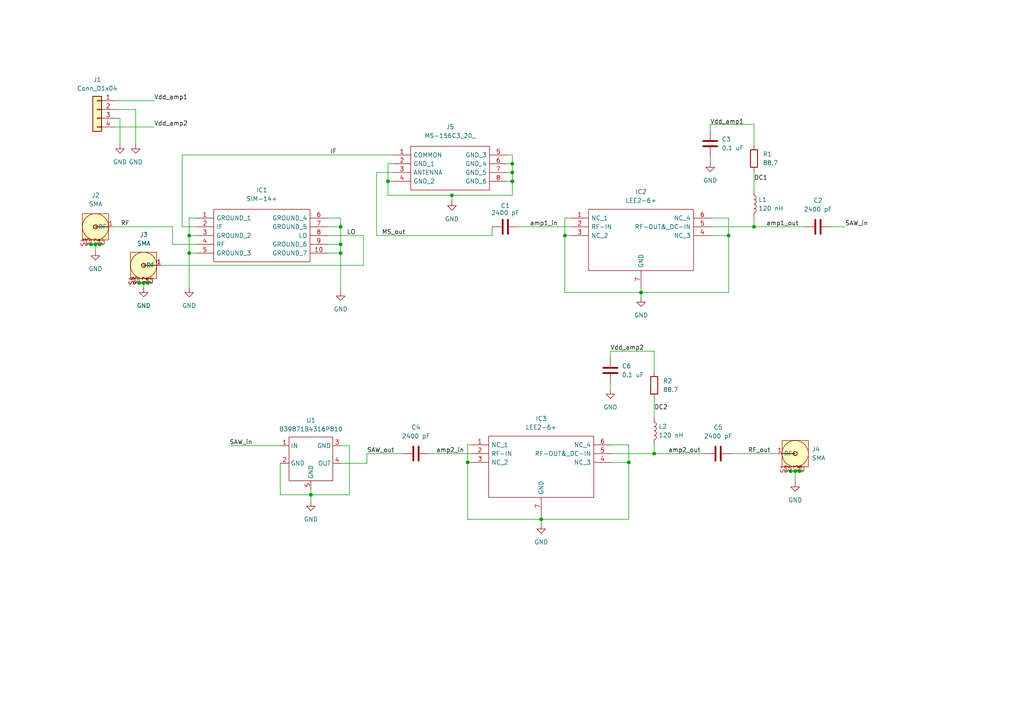
<source format=kicad_sch>
(kicad_sch (version 20211123) (generator eeschema)
  (paper "A4")
  (lib_symbols
    (symbol "Connector_Generic:Conn_01x04" (pin_names (offset 1.016) hide)
      (property "Reference" "J1" (at 0 8.636 0))
      (property "Value" "Conn_01x04" (at 0 6.096 0))
      (symbol "Conn_01x04_1_1"
        (rectangle (start -1.27 -4.953) (end 0 -5.207) (stroke (width 0.1524)))
        (rectangle (start -1.27 -2.413) (end 0 -2.667) (stroke (width 0.1524)))
        (rectangle (start -1.27 0.127) (end 0 -0.127) (stroke (width 0.1524)))
        (rectangle (start -1.27 2.667) (end 0 2.413) (stroke (width 0.1524)))
        (rectangle (start -1.27 3.81) (end 1.27 -6.35) (stroke (width 0.254)) (fill (type background)))
        (pin power_out line (at -5.08 2.54 0) (length 3.81) (name "Pin_1") (number "1"))
        (pin passive line (at -5.08 0 0) (length 3.81) (name "Pin_2") (number "2"))
        (pin power_out line (at -5.08 -2.54 0) (length 3.81) (name "Pin_3") (number "3"))
        (pin power_out line (at -5.08 -5.08 0) (length 3.81) (name "Pin_4") (number "4"))
      )
    )
    (symbol "Device:C" (pin_numbers hide) (pin_names (offset 0.254))
      (property "Reference" "C" (at 0.635 2.54 0))
      (property "Value" "C" (at 0.635 -2.54 0))
      (symbol "C_0_1"
        (polyline (pts (xy -2.032 -0.762) (xy 2.032 -0.762)) (stroke (width 0.508)))
        (polyline (pts (xy -2.032 0.762) (xy 2.032 0.762)) (stroke (width 0.508)))
      )
      (symbol "C_1_1"
        (pin passive line (at 0 3.81 270) (length 2.794) (name "~") (number "1"))
        (pin passive line (at 0 -3.81 90) (length 2.794) (name "~") (number "2"))
      )
    )
    (symbol "Device:L" (pin_numbers hide) (pin_names (offset 1.016) hide)
      (property "Reference" "L" (at -1.27 0 90))
      (property "Value" "L" (at 1.905 0 90))
      (symbol "L_0_1"
        (arc (start 0 -2.54) (mid 0.635 -1.905) (end 0 -1.27))
        (arc (start 0 -1.27) (mid 0.635 -0.635) (end 0 0))
        (arc (start 0 0) (mid 0.635 0.635) (end 0 1.27))
        (arc (start 0 1.27) (mid 0.635 1.905) (end 0 2.54))
      )
      (symbol "L_1_1"
        (pin passive line (at 0 3.81 270) (length 1.27) (name "1") (number "1"))
        (pin passive line (at 0 -3.81 90) (length 1.27) (name "2") (number "2"))
      )
    )
    (symbol "Device:R" (pin_numbers hide) (pin_names (offset 0))
      (property "Reference" "R" (at 2.032 0 90))
      (property "Value" "R" (at 0 0 90))
      (symbol "R_0_1"
        (rectangle (start -1.016 -2.54) (end 1.016 2.54) (stroke (width 0.254)))
      )
      (symbol "R_1_1"
        (pin passive line (at 0 3.81 270) (length 1.27) (name "~") (number "1"))
        (pin passive line (at 0 -3.81 90) (length 1.27) (name "~") (number "2"))
      )
    )
    (symbol "GGS_Connectors:SMA"
      (property "Reference" "J" (at 2.54 15.24 0))
      (property "Value" "SMA" (at 3.81 12.7 0))
      (symbol "SMA_0_1"
        (polyline (pts (xy 6.35 6.35) (xy 2.54 6.35)) (stroke (width 0.254)))
        (rectangle (start 2.54 10.16) (end 10.16 2.54) (fill (type background)))
        (circle (center 6.35 6.35) (radius 0.568) (stroke (width 0.254)))
        (circle (center 6.35 6.35) (radius 3.81))
      )
      (symbol "SMA_1_1"
        (pin bidirectional line (at 1.27 6.35 0) (length 1.27) (name "RF") (number "1"))
        (pin power_in line (at 3.81 1.27 90) (length 1.27) (name "") (number "S1"))
        (pin power_in line (at 5.08 1.27 90) (length 1.27) (name "") (number "S2"))
        (pin power_in line (at 7.62 1.27 90) (length 1.27) (name "") (number "S3"))
        (pin power_in line (at 8.89 1.27 90) (length 1.27) (name "") (number "S4"))
      )
    )
    (symbol "Mixer_2_Library:B39871B4316P810"
      (property "Reference" "U" (at 0 1.27 0))
      (property "Value" "B39871B4316P810" (at 0 -1.27 0))
      (symbol "B39871B4316P810_0_1"
        (rectangle (start -6.35 -3.81) (end 6.35 -16.51))
      )
      (symbol "B39871B4316P810_1_1"
        (pin input line (at -8.89 -6.35 0) (length 2.54) (name "IN") (number "1"))
        (pin passive line (at -8.89 -11.43 0) (length 2.54) (name "GND") (number "2"))
        (pin passive line (at 8.89 -6.35 180) (length 2.54) (name "GND") (number "3"))
        (pin output line (at 8.89 -11.43 180) (length 2.54) (name "OUT") (number "4"))
        (pin passive line (at 0 -19.05 90) (length 2.54) (name "GND") (number "5"))
      )
    )
    (symbol "SamacSys_Parts:LEE2-6+" (pin_names (offset 0.762))
      (property "Reference" "IC" (at 36.83 7.62 0))
      (property "Value" "LEE2-6+" (at 36.83 5.08 0))
      (symbol "LEE2-6+_0_0"
        (pin passive line (at 0 0 0) (length 5.08) (name "NC_1") (number "1"))
        (pin passive line (at 0 -2.54 0) (length 5.08) (name "RF-IN") (number "2"))
        (pin passive line (at 0 -5.08 0) (length 5.08) (name "NC_2") (number "3"))
        (pin passive line (at 40.64 -5.08 180) (length 5.08) (name "NC_3") (number "4"))
        (pin passive line (at 40.64 -2.54 180) (length 5.08) (name "RF-OUT&_DC-IN") (number "5"))
        (pin passive line (at 40.64 0 180) (length 5.08) (name "NC_4") (number "6"))
        (pin passive line (at 20.32 -20.32 90) (length 5.08) (name "GND") (number "7"))
      )
      (symbol "LEE2-6+_0_1"
        (polyline (pts (xy 5.08 2.54) (xy 35.56 2.54) (xy 35.56 -15.24) (xy 5.08 -15.24) (xy 5.08 2.54)) (stroke (width 0.1524)))
      )
    )
    (symbol "SamacSys_Parts:MS-156C3_20_" (pin_names (offset 0.762))
      (property "Reference" "J" (at 29.21 7.62 0))
      (property "Value" "MS-156C3_20_" (at 29.21 5.08 0))
      (symbol "MS-156C3_20__0_0"
        (pin passive line (at 0 0 0) (length 5.08) (name "COMMON") (number "1"))
        (pin passive line (at 0 -2.54 0) (length 5.08) (name "GND_1") (number "2"))
        (pin passive line (at 0 -5.08 0) (length 5.08) (name "ANTENNA") (number "3"))
        (pin passive line (at 0 -7.62 0) (length 5.08) (name "GND_2") (number "4"))
        (pin passive line (at 33.02 0 180) (length 5.08) (name "GND_3") (number "5"))
        (pin passive line (at 33.02 -2.54 180) (length 5.08) (name "GND_4") (number "6"))
        (pin passive line (at 33.02 -5.08 180) (length 5.08) (name "GND_5") (number "7"))
        (pin passive line (at 33.02 -7.62 180) (length 5.08) (name "GND_6") (number "8"))
      )
      (symbol "MS-156C3_20__0_1"
        (polyline (pts (xy 5.08 2.54) (xy 27.94 2.54) (xy 27.94 -10.16) (xy 5.08 -10.16) (xy 5.08 2.54)) (stroke (width 0.1524)))
      )
    )
    (symbol "SamacSys_Parts:SIM-14+" (pin_names (offset 0.762))
      (property "Reference" "IC" (at 34.29 7.62 0))
      (property "Value" "SIM-14+" (at 34.29 5.08 0))
      (symbol "SIM-14+_0_0"
        (pin passive line (at 0 0 0) (length 5.08) (name "GROUND_1") (number "1"))
        (pin passive line (at 38.1 -10.16 180) (length 5.08) (name "GROUND_7") (number "10"))
        (pin passive line (at 0 -2.54 0) (length 5.08) (name "IF") (number "2"))
        (pin passive line (at 0 -5.08 0) (length 5.08) (name "GROUND_2") (number "3"))
        (pin passive line (at 0 -7.62 0) (length 5.08) (name "RF") (number "4"))
        (pin passive line (at 0 -10.16 0) (length 5.08) (name "GROUND_3") (number "5"))
        (pin passive line (at 38.1 0 180) (length 5.08) (name "GROUND_4") (number "6"))
        (pin passive line (at 38.1 -2.54 180) (length 5.08) (name "GROUND_5") (number "7"))
        (pin passive line (at 38.1 -5.08 180) (length 5.08) (name "LO") (number "8"))
        (pin passive line (at 38.1 -7.62 180) (length 5.08) (name "GROUND_6") (number "9"))
      )
      (symbol "SIM-14+_0_1"
        (polyline (pts (xy 5.08 2.54) (xy 33.02 2.54) (xy 33.02 -12.7) (xy 5.08 -12.7) (xy 5.08 2.54)) (stroke (width 0.1524)))
      )
    )
    (symbol "power:GND" (power) (pin_names (offset 0))
      (property "Value" "GND" (at 0 -3.81 0))
      (symbol "GND_0_1"
        (polyline (pts (xy 0 0) (xy 0 -1.27) (xy 1.27 -1.27) (xy 0 -2.54) (xy -1.27 -1.27) (xy 0 -1.27)))
      )
      (symbol "GND_1_1"
        (pin power_in line (at 0 0 270) (length 0) hide (name "GND") (number "1"))
      )
    )
  )
  (junction (at 98.806 70.866))
  (junction (at 229.362 136.652))
  (junction (at 40.386 82.042))
  (junction (at 112.522 52.578))
  (junction (at 182.372 134.112))
  (junction (at 41.656 82.042))
  (junction (at 27.686 70.866))
  (junction (at 156.972 150.622))
  (junction (at 231.902 136.652))
  (junction (at 26.416 70.866))
  (junction (at 131.064 56.642))
  (junction (at 230.632 136.652))
  (junction (at 42.926 82.042))
  (junction (at 54.864 73.406))
  (junction (at 218.694 65.786))
  (junction (at 28.956 70.866))
  (junction (at 189.738 131.572))
  (junction (at 185.928 84.836))
  (junction (at 148.59 47.498))
  (junction (at 135.636 134.112))
  (junction (at 148.59 50.038))
  (junction (at 163.83 68.326))
  (junction (at 98.806 73.406))
  (junction (at 90.17 143.51))
  (junction (at 211.328 68.326))
  (junction (at 54.864 68.326))
  (junction (at 148.59 52.578))
  (junction (at 98.806 65.786))
  (wire (pts (xy 211.328 84.836) (xy 185.928 84.836)))
  (wire (pts (xy 94.996 65.786) (xy 98.806 65.786)))
  (wire (pts (xy 241.046 65.786) (xy 245.11 65.786)))
  (wire (pts (xy 90.17 141.986) (xy 90.17 143.51)))
  (wire (pts (xy 42.926 82.042) (xy 44.196 82.042)))
  (wire (pts (xy 135.636 134.112) (xy 136.652 134.112)))
  (wire (pts (xy 218.694 42.164) (xy 218.694 36.068)))
  (wire (pts (xy 205.994 36.068) (xy 205.994 37.846)))
  (wire (pts (xy 94.996 63.246) (xy 98.806 63.246)))
  (wire (pts (xy 106.426 134.366) (xy 99.06 134.366)))
  (wire (pts (xy 148.59 44.958) (xy 148.59 47.498)))
  (wire (pts (xy 46.736 76.962) (xy 105.41 76.962)))
  (wire (pts (xy 112.522 52.578) (xy 112.522 56.642)))
  (wire (pts (xy 185.928 84.836) (xy 185.928 86.36)))
  (wire (pts (xy 135.636 134.112) (xy 135.636 150.622)))
  (wire (pts (xy 33.274 29.21) (xy 44.704 29.21)))
  (wire (pts (xy 101.346 129.286) (xy 101.346 143.51)))
  (wire (pts (xy 148.59 50.038) (xy 148.59 52.578)))
  (wire (pts (xy 205.994 36.068) (xy 218.694 36.068)))
  (wire (pts (xy 147.066 52.578) (xy 148.59 52.578)))
  (wire (pts (xy 131.064 56.642) (xy 131.064 58.42)))
  (wire (pts (xy 165.608 65.786) (xy 150.368 65.786)))
  (wire (pts (xy 109.22 50.038) (xy 109.22 68.326)))
  (wire (pts (xy 135.636 150.622) (xy 156.972 150.622)))
  (wire (pts (xy 34.798 41.91) (xy 34.798 34.29)))
  (wire (pts (xy 50.038 65.786) (xy 32.766 65.786)))
  (wire (pts (xy 34.798 34.29) (xy 33.274 34.29)))
  (wire (pts (xy 106.426 131.572) (xy 106.426 134.366)))
  (wire (pts (xy 229.362 136.652) (xy 230.632 136.652)))
  (wire (pts (xy 52.832 44.958) (xy 114.046 44.958)))
  (wire (pts (xy 185.928 83.566) (xy 185.928 84.836)))
  (wire (pts (xy 156.972 150.622) (xy 156.972 152.146)))
  (wire (pts (xy 177.038 101.854) (xy 189.738 101.854)))
  (wire (pts (xy 206.248 68.326) (xy 211.328 68.326)))
  (wire (pts (xy 98.806 73.406) (xy 98.806 84.582)))
  (wire (pts (xy 163.83 63.246) (xy 163.83 68.326)))
  (wire (pts (xy 81.28 143.51) (xy 90.17 143.51)))
  (wire (pts (xy 177.038 101.854) (xy 177.038 103.632)))
  (wire (pts (xy 27.686 70.866) (xy 28.956 70.866)))
  (wire (pts (xy 211.328 63.246) (xy 206.248 63.246)))
  (wire (pts (xy 41.656 82.042) (xy 41.656 83.566)))
  (wire (pts (xy 189.738 128.778) (xy 189.738 131.572)))
  (wire (pts (xy 39.37 31.75) (xy 39.37 41.91)))
  (wire (pts (xy 228.092 136.652) (xy 229.362 136.652)))
  (wire (pts (xy 163.83 68.326) (xy 163.83 84.836)))
  (wire (pts (xy 98.806 70.866) (xy 98.806 73.406)))
  (wire (pts (xy 189.738 131.572) (xy 204.47 131.572)))
  (wire (pts (xy 231.902 136.652) (xy 233.172 136.652)))
  (wire (pts (xy 94.996 68.326) (xy 105.41 68.326)))
  (wire (pts (xy 54.864 68.326) (xy 54.864 73.406)))
  (wire (pts (xy 135.636 129.032) (xy 135.636 134.112)))
  (wire (pts (xy 230.632 136.652) (xy 231.902 136.652)))
  (wire (pts (xy 105.41 68.326) (xy 105.41 76.962)))
  (wire (pts (xy 39.116 82.042) (xy 40.386 82.042)))
  (wire (pts (xy 114.046 47.498) (xy 112.522 47.498)))
  (wire (pts (xy 114.046 50.038) (xy 109.22 50.038)))
  (wire (pts (xy 148.59 56.642) (xy 131.064 56.642)))
  (wire (pts (xy 90.17 143.51) (xy 90.17 145.542)))
  (wire (pts (xy 147.066 50.038) (xy 148.59 50.038)))
  (wire (pts (xy 205.994 45.466) (xy 205.994 47.244)))
  (wire (pts (xy 94.996 70.866) (xy 98.806 70.866)))
  (wire (pts (xy 40.386 82.042) (xy 41.656 82.042)))
  (wire (pts (xy 136.652 129.032) (xy 135.636 129.032)))
  (wire (pts (xy 211.328 68.326) (xy 211.328 63.246)))
  (wire (pts (xy 56.896 65.786) (xy 52.832 65.786)))
  (wire (pts (xy 90.17 143.51) (xy 101.346 143.51)))
  (wire (pts (xy 182.372 129.032) (xy 177.292 129.032)))
  (wire (pts (xy 81.28 134.366) (xy 81.28 143.51)))
  (wire (pts (xy 54.864 73.406) (xy 56.896 73.406)))
  (wire (pts (xy 98.806 63.246) (xy 98.806 65.786)))
  (wire (pts (xy 109.22 68.326) (xy 142.748 68.326)))
  (wire (pts (xy 177.292 131.572) (xy 189.738 131.572)))
  (wire (pts (xy 212.09 131.572) (xy 225.552 131.572)))
  (wire (pts (xy 218.694 49.784) (xy 218.694 55.372)))
  (wire (pts (xy 163.83 84.836) (xy 185.928 84.836)))
  (wire (pts (xy 112.522 56.642) (xy 131.064 56.642)))
  (wire (pts (xy 33.274 31.75) (xy 39.37 31.75)))
  (wire (pts (xy 112.522 47.498) (xy 112.522 52.578)))
  (wire (pts (xy 99.06 129.286) (xy 101.346 129.286)))
  (wire (pts (xy 148.59 52.578) (xy 148.59 56.642)))
  (wire (pts (xy 56.896 63.246) (xy 54.864 63.246)))
  (wire (pts (xy 230.632 136.652) (xy 230.632 139.954)))
  (wire (pts (xy 189.738 107.95) (xy 189.738 101.854)))
  (wire (pts (xy 28.956 70.866) (xy 30.226 70.866)))
  (wire (pts (xy 148.59 47.498) (xy 148.59 50.038)))
  (wire (pts (xy 165.608 63.246) (xy 163.83 63.246)))
  (wire (pts (xy 147.066 47.498) (xy 148.59 47.498)))
  (wire (pts (xy 189.738 115.57) (xy 189.738 121.158)))
  (wire (pts (xy 124.46 131.572) (xy 136.652 131.572)))
  (wire (pts (xy 177.292 134.112) (xy 182.372 134.112)))
  (wire (pts (xy 54.864 68.326) (xy 56.896 68.326)))
  (wire (pts (xy 27.686 70.866) (xy 27.686 72.898)))
  (wire (pts (xy 41.656 82.042) (xy 42.926 82.042)))
  (wire (pts (xy 211.328 68.326) (xy 211.328 84.836)))
  (wire (pts (xy 182.372 134.112) (xy 182.372 129.032)))
  (wire (pts (xy 52.832 65.786) (xy 52.832 44.958)))
  (wire (pts (xy 218.694 62.992) (xy 218.694 65.786)))
  (wire (pts (xy 66.548 129.286) (xy 81.28 129.286)))
  (wire (pts (xy 26.416 70.866) (xy 27.686 70.866)))
  (wire (pts (xy 112.522 52.578) (xy 114.046 52.578)))
  (wire (pts (xy 182.372 134.112) (xy 182.372 150.622)))
  (wire (pts (xy 218.694 65.786) (xy 233.426 65.786)))
  (wire (pts (xy 98.806 65.786) (xy 98.806 70.866)))
  (wire (pts (xy 156.972 149.352) (xy 156.972 150.622)))
  (wire (pts (xy 206.248 65.786) (xy 218.694 65.786)))
  (wire (pts (xy 25.146 70.866) (xy 26.416 70.866)))
  (wire (pts (xy 94.996 73.406) (xy 98.806 73.406)))
  (wire (pts (xy 33.274 36.83) (xy 44.704 36.83)))
  (wire (pts (xy 50.038 70.866) (xy 50.038 65.786)))
  (wire (pts (xy 147.066 44.958) (xy 148.59 44.958)))
  (wire (pts (xy 182.372 150.622) (xy 156.972 150.622)))
  (wire (pts (xy 177.038 111.252) (xy 177.038 113.03)))
  (wire (pts (xy 116.84 131.572) (xy 106.426 131.572)))
  (wire (pts (xy 54.864 63.246) (xy 54.864 68.326)))
  (wire (pts (xy 56.896 70.866) (xy 50.038 70.866)))
  (wire (pts (xy 163.83 68.326) (xy 165.608 68.326)))
  (wire (pts (xy 142.748 68.326) (xy 142.748 65.786)))
  (wire (pts (xy 54.864 73.406) (xy 54.864 83.566)))
  (label "Vdd_amp2" (at 44.704 36.83 0))
  (label "IF" (at 95.758 44.958 0))
  (label "Vdd_amp2" (at 177.038 101.854 0))
  (label "Vdd_amp1" (at 205.994 36.3136 0))
  (label "SAW_in" (at 66.548 129.286 0))
  (label "RF" (at 35.052 65.786 0))
  (label "amp2_out" (at 193.802 131.572 0))
  (label "amp2_in" (at 126.492 131.572 0))
  (label "RF_out" (at 216.916 131.572 0))
  (label "amp1_in" (at 153.67 65.786 0))
  (label "MS_out" (at 110.744 68.326 0))
  (label "LO" (at 100.584 68.326 0))
  (label "Vdd_amp1" (at 44.704 29.21 0))
  (label "DC2" (at 189.738 119.126 0))
  (label "SAW_in" (at 245.11 65.786 0))
  (label "amp1_out" (at 222.25 65.786 0))
  (label "DC1" (at 218.694 52.578 0))
  (label "SAW_out" (at 106.426 131.572 0))
  (symbol (lib_id "SamacSys_Parts:LEE2-6+") (at 136.652 129.032 0) (unit 1)
    (property "Reference" "IC3" (at 156.972 121.412 0))
    (property "Value" "LEE2-6+" (at 156.972 123.952 0))
    (property "Footprint" "SamacSys_Parts:SON65P200X200X105-7N" (effects hide))
    (property "Datasheet" "https://www.minicircuits.com/WebStore/dashboard.html?model=LEE2-6%2B" (effects hide))
    (property "Description" "RF Amplifier MMIC AMPLIFIER 7 GHZ/ SM/ RoHS" (effects hide))
    (property "Height" "1.05" (effects hide))
    (property "Mouser Part Number" "139-LEE2-6" (effects hide))
    (property "Mouser Price/Stock" "https://www.mouser.co.uk/ProductDetail/Mini-Circuits/LEE2-6%2b?qs=xZ%2FP%252Ba9zWqYVwVJCEDAPOw%3D%3D" (effects hide))
    (property "Manufacturer_Name" "Mini-Circuits" (effects hide))
    (property "Manufacturer_Part_Number" "LEE2-6+" (effects hide))
  )
  (symbol (lib_id "Device:L") (at 218.694 59.182 0) (unit 1)
    (property "Reference" "L1" (at 219.964 57.9119 0) (effects (justify left)))
    (property "Value" "120 nH" (at 219.964 60.4519 0) (effects (justify left)))
    (property "Footprint" "Inductor_SMD:L_0402_1005Metric_Pad0.77x0.64mm_HandSolder" (effects hide))
    (property "Component" "MHQ1005PR12GT000" (effects hide))
  )
  (symbol (lib_id "SamacSys_Parts:MS-156C3_20_") (at 114.046 44.958 0) (unit 1)
    (property "Reference" "J5" (at 130.556 36.83 0))
    (property "Value" "MS-156C3_20_" (at 130.556 39.37 0))
    (property "Footprint" "SamacSys_Parts:MS156C320" (effects hide))
    (property "Datasheet" "https://www.hirose.com/en/product/document?clcode=CL0358-0340-0-20&productname=MS-156C3(20)&series=MS-156C&documenttype=2DDrawing&lang=en&documentid=0000954381" (effects hide))
    (property "Description" "RF Connectors / Coaxial Connectors SUBMIN COAXIAL RECEP 1.35 MM HT" (effects hide))
    (property "Height" "1.45" (effects hide))
    (property "Mouser Part Number" "798-MS-156C320" (effects hide))
    (property "Mouser Price/Stock" "https://www.mouser.co.uk/ProductDetail/Hirose-Connector/MS-156C320?qs=0%2F2GmT7MRM86XjIeJCLiVQ%3D%3D" (effects hide))
    (property "Manufacturer_Name" "Hirose" (effects hide))
    (property "Manufacturer_Part_Number" "MS-156C3(20)" (effects hide))
  )
  (symbol (lib_id "power:GND") (at 34.798 41.91 0) (unit 1)
    (property "Reference" "#PWR0117" (effects hide))
    (property "Value" "GND" (at 34.798 46.99 0))
  )
  (symbol (lib_id "power:GND") (at 90.17 145.542 0) (unit 1)
    (property "Reference" "#PWR0111" (effects hide))
    (property "Value" "GND" (at 90.17 150.622 0))
  )
  (symbol (lib_id "Mixer_2_Library:B39871B4316P810") (at 90.17 122.936 0) (unit 1)
    (property "Reference" "U1" (at 90.17 121.92 0))
    (property "Value" "B39871B4316P810" (at 90.17 124.46 0))
    (property "Footprint" "Mixer_2_Library:B39871B4316P810" (effects hide))
  )
  (symbol (lib_id "Device:L") (at 189.738 124.968 0) (unit 1)
    (property "Reference" "L2" (at 191.008 123.6979 0) (effects (justify left)))
    (property "Value" "120 nH" (at 191.008 126.2379 0) (effects (justify left)))
    (property "Footprint" "Inductor_SMD:L_0402_1005Metric_Pad0.77x0.64mm_HandSolder" (effects hide))
    (property "Component" "MHQ1005PR12GT000" (effects hide))
  )
  (symbol (lib_id "GGS_Connectors:SMA") (at 34.036 72.136 0) (mirror y) (unit 1)
    (property "Reference" "J2" (at 27.7495 56.642 0))
    (property "Value" "SMA" (at 27.7495 59.182 0))
    (property "Footprint" "GGS_Connectors:LINX_CONSMA020.062-G" (effects hide))
  )
  (symbol (lib_id "GGS_Connectors:SMA") (at 224.282 137.922 0) (unit 1)
    (property "Reference" "J4" (at 235.458 130.3019 0) (effects (justify left)))
    (property "Value" "SMA" (at 235.458 132.8419 0) (effects (justify left)))
    (property "Footprint" "GGS_Connectors:LINX_CONSMA020.062-G" (effects hide))
  )
  (symbol (lib_id "Device:C") (at 237.236 65.786 90) (unit 1)
    (property "Reference" "C2" (at 237.236 58.166 90))
    (property "Value" "2400 pF" (at 237.236 60.706 90))
    (property "Footprint" "Capacitor_SMD:C_0603_1608Metric_Pad1.08x0.95mm_HandSolder" (effects hide))
    (property "Component" "C0603C242J1GACTU" (effects hide))
  )
  (symbol (lib_id "power:GND") (at 54.864 83.566 0) (unit 1)
    (property "Reference" "#PWR0103" (effects hide))
    (property "Value" "GND" (at 54.864 88.646 0))
  )
  (symbol (lib_id "power:GND") (at 156.972 152.146 0) (unit 1)
    (property "Reference" "#PWR0107" (effects hide))
    (property "Value" "GND" (at 156.972 157.226 0))
  )
  (symbol (lib_id "Device:C") (at 146.558 65.786 90) (unit 1)
    (property "Reference" "C1" (at 146.558 59.69 90))
    (property "Value" "2400 pF" (at 146.558 61.722 90))
    (property "Footprint" "Capacitor_SMD:C_0603_1608Metric_Pad1.08x0.95mm_HandSolder" (effects hide))
    (property "Component" "C0603C242J1GACTU" (effects hide))
  )
  (symbol (lib_id "power:GND") (at 230.632 139.954 0) (unit 1)
    (property "Reference" "#PWR0108" (effects hide))
    (property "Value" "GND" (at 230.632 145.034 0))
  )
  (symbol (lib_id "power:GND") (at 41.656 83.566 0) (unit 1)
    (property "Reference" "#PWR0105" (effects hide))
    (property "Value" "GND" (at 41.656 88.646 0))
  )
  (symbol (lib_id "Device:C") (at 120.65 131.572 90) (unit 1)
    (property "Reference" "C4" (at 120.65 123.952 90))
    (property "Value" "2400 pF" (at 120.65 126.492 90))
    (property "Footprint" "Capacitor_SMD:C_0603_1608Metric_Pad1.08x0.95mm_HandSolder" (effects hide))
    (property "Component" "C0603C242J1GACTU" (effects hide))
  )
  (symbol (lib_id "Device:R") (at 189.738 111.76 0) (unit 1)
    (property "Reference" "R2" (at 192.278 110.4899 0) (effects (justify left)))
    (property "Value" "88.7" (at 192.278 113.0299 0) (effects (justify left)))
    (property "Footprint" "Resistor_SMD:R_0402_1005Metric_Pad0.72x0.64mm_HandSolder" (effects hide))
    (property "Component" "ERA-2AEB88R7X" (effects hide))
  )
  (symbol (lib_id "Device:C") (at 208.28 131.572 90) (unit 1)
    (property "Reference" "C5" (at 208.28 123.952 90))
    (property "Value" "2400 pF" (at 208.28 126.492 90))
    (property "Footprint" "Capacitor_SMD:C_0603_1608Metric_Pad1.08x0.95mm_HandSolder" (effects hide))
    (property "Component" "C0603C242J1GACTU" (effects hide))
  )
  (symbol (lib_id "power:GND") (at 39.37 41.91 0) (unit 1)
    (property "Reference" "#PWR0104" (effects hide))
    (property "Value" "GND" (at 39.37 46.99 0))
  )
  (symbol (lib_id "power:GND") (at 177.038 113.03 0) (unit 1)
    (property "Reference" "#PWR0109" (effects hide))
    (property "Value" "GND" (at 177.038 118.11 0))
  )
  (symbol (lib_id "Device:C") (at 205.994 41.656 180) (unit 1)
    (property "Reference" "C3" (at 209.296 40.3859 0) (effects (justify right)))
    (property "Value" "0.1 uF" (at 209.296 42.9259 0) (effects (justify right)))
    (property "Footprint" "Capacitor_SMD:C_0603_1608Metric_Pad1.08x0.95mm_HandSolder" (effects hide))
    (property "Component" "C0603C104J3RACTU" (effects hide))
  )
  (symbol (lib_id "power:GND") (at 205.994 47.244 0) (unit 1)
    (property "Reference" "#PWR0101" (effects hide))
    (property "Value" "GND" (at 205.994 52.324 0))
  )
  (symbol (lib_id "Device:C") (at 177.038 107.442 180) (unit 1)
    (property "Reference" "C6" (at 180.34 106.1719 0) (effects (justify right)))
    (property "Value" "0.1 uF" (at 180.34 108.7119 0) (effects (justify right)))
    (property "Footprint" "Capacitor_SMD:C_0603_1608Metric_Pad1.08x0.95mm_HandSolder" (effects hide))
    (property "Component" "C0603C104J3RACTU" (effects hide))
  )
  (symbol (lib_id "power:GND") (at 185.928 86.36 0) (unit 1)
    (property "Reference" "#PWR0102" (effects hide))
    (property "Value" "GND" (at 185.928 91.44 0))
  )
  (symbol (lib_id "SamacSys_Parts:LEE2-6+") (at 165.608 63.246 0) (unit 1)
    (property "Reference" "IC2" (at 185.928 55.626 0))
    (property "Value" "LEE2-6+" (at 185.928 58.166 0))
    (property "Footprint" "SamacSys_Parts:SON65P200X200X105-7N" (effects hide))
    (property "Datasheet" "https://www.minicircuits.com/WebStore/dashboard.html?model=LEE2-6%2B" (effects hide))
    (property "Description" "RF Amplifier MMIC AMPLIFIER 7 GHZ/ SM/ RoHS" (effects hide))
    (property "Height" "1.05" (effects hide))
    (property "Mouser Part Number" "139-LEE2-6" (effects hide))
    (property "Mouser Price/Stock" "https://www.mouser.co.uk/ProductDetail/Mini-Circuits/LEE2-6%2b?qs=xZ%2FP%252Ba9zWqYVwVJCEDAPOw%3D%3D" (effects hide))
    (property "Manufacturer_Name" "Mini-Circuits" (effects hide))
    (property "Manufacturer_Part_Number" "LEE2-6+" (effects hide))
  )
  (symbol (lib_id "SamacSys_Parts:SIM-14+") (at 56.896 63.246 0) (unit 1)
    (property "Reference" "IC1" (at 75.946 55.118 0))
    (property "Value" "SIM-14+" (at 75.946 57.658 0))
    (property "Footprint" "SamacSys_Parts:SIM14" (effects hide))
    (property "Datasheet" "https://www.minicircuits.com/pdfs/SIM-14+.pdf" (effects hide))
    (property "Description" "Level 7 (LO Power +7 dBm) 3700 to 10000 MHz" (effects hide))
    (property "Height" "2.2098" (effects hide))
    (property "Manufacturer_Name" "Mini-Circuits" (effects hide))
    (property "Manufacturer_Part_Number" "SIM-14+" (effects hide))
  )
  (symbol (lib_id "Connector_Generic:Conn_01x04") (at 28.194 31.75 0) (mirror y) (unit 1)
    (property "Reference" "J1" (at 28.194 23.114 0))
    (property "Value" "Conn_01x04" (at 28.194 25.654 0))
    (property "Footprint" "Connector_PinHeader_1.27mm:PinHeader_1x04_P1.27mm_Vertical" (effects hide))
  )
  (symbol (lib_id "power:GND") (at 98.806 84.582 0) (unit 1)
    (property "Reference" "#PWR0110" (effects hide))
    (property "Value" "GND" (at 98.806 89.662 0))
  )
  (symbol (lib_id "power:GND") (at 27.686 72.898 0) (unit 1)
    (property "Reference" "#PWR0106" (effects hide))
    (property "Value" "GND" (at 27.686 77.978 0))
  )
  (symbol (lib_id "power:GND") (at 131.064 58.42 0) (unit 1)
    (property "Reference" "#PWR0116" (effects hide))
    (property "Value" "GND" (at 131.064 63.5 0))
  )
  (symbol (lib_id "GGS_Connectors:SMA") (at 48.006 83.312 0) (mirror y) (unit 1)
    (property "Reference" "J3" (at 41.7195 68.072 0))
    (property "Value" "SMA" (at 41.7195 70.612 0))
    (property "Footprint" "GGS_Connectors:LINX_CONSMA020.062-G" (effects hide))
  )
  (symbol (lib_id "Device:R") (at 218.694 45.974 0) (unit 1)
    (property "Reference" "R1" (at 221.234 44.7039 0) (effects (justify left)))
    (property "Value" "88.7" (at 221.234 47.2439 0) (effects (justify left)))
    (property "Footprint" "Resistor_SMD:R_0402_1005Metric_Pad0.72x0.64mm_HandSolder" (effects hide))
    (property "Component" "ERA-2AEB88R7X" (effects hide))
  )
)
</source>
